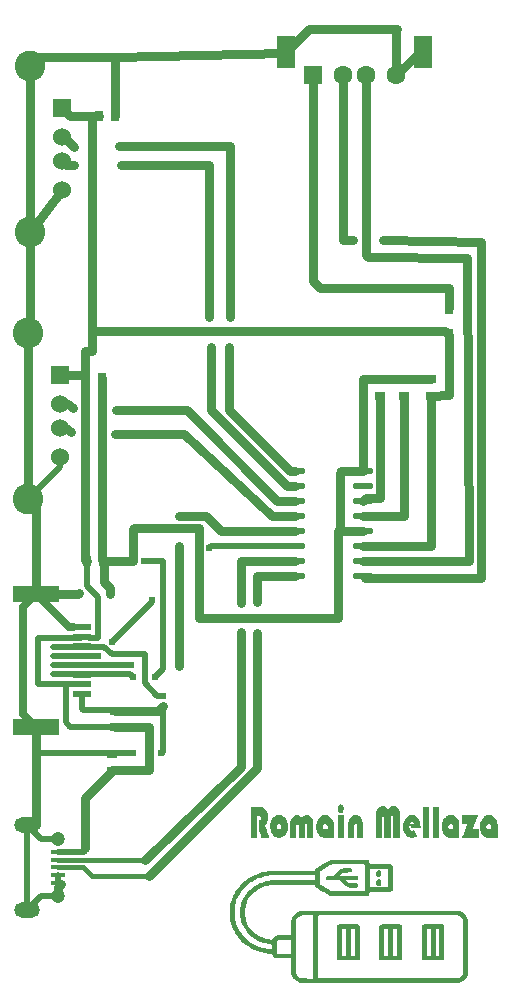
<source format=gtl>
G04 Layer: TopLayer*
G04 EasyEDA v6.5.44, 2024-08-26 14:03:18*
G04 e04413f5f05c4ac1846c34afcf77e532,06c4dd8b78d84ebb914e46ede8edac81,10*
G04 Gerber Generator version 0.2*
G04 Scale: 100 percent, Rotated: No, Reflected: No *
G04 Dimensions in millimeters *
G04 leading zeros omitted , absolute positions ,4 integer and 5 decimal *
%FSLAX45Y45*%
%MOMM*%

%AMMACRO1*21,1,$1,$2,0,0,$3*%
%ADD10C,0.5000*%
%ADD11C,0.8000*%
%ADD12C,0.7000*%
%ADD13C,0.4000*%
%ADD14R,0.9000X0.8000*%
%ADD15R,0.8000X0.9000*%
%ADD16R,0.7500X1.0000*%
%ADD17MACRO1,0.54X0.5656X-90.0000*%
%ADD18MACRO1,0.54X0.5656X0.0000*%
%ADD19R,0.5400X0.5657*%
%ADD20O,1.7450054X0.5599938*%
%ADD21R,1.2500X0.4000*%
%ADD22R,1.5000X0.6000*%
%ADD23R,4.0000X1.3500*%
%ADD24O,2.1999956000000003X1.2999974*%
%ADD25C,1.2000*%
%ADD26C,2.6000*%
%ADD27C,1.5240*%
%ADD28R,1.5240X1.5240*%
%ADD29R,1.6000X2.8000*%
%ADD30R,1.6000X1.6000*%
%ADD31C,1.6000*%
%ADD32C,0.6200*%
%ADD33C,0.0104*%

%LPD*%
G36*
X3488842Y7317282D02*
G01*
X3482492Y7317231D01*
X3477717Y7313828D01*
X3473246Y7308799D01*
X3471672Y7308799D01*
X3469386Y7305751D01*
X3469386Y7303668D01*
X3465626Y7297623D01*
X3463036Y7290816D01*
X3463086Y7268870D01*
X3465220Y7260945D01*
X3471926Y7250226D01*
X3473551Y7250226D01*
X3481120Y7242759D01*
X3496818Y7242759D01*
X3506368Y7250430D01*
X3512515Y7259218D01*
X3515512Y7273086D01*
X3515461Y7285888D01*
X3512718Y7299045D01*
X3506368Y7308951D01*
X3501593Y7312050D01*
X3495243Y7317282D01*
G37*
G36*
X3851452Y7302398D02*
G01*
X3831488Y7302246D01*
X3821176Y7297420D01*
X3810406Y7291425D01*
X3810406Y7290104D01*
X3805275Y7286040D01*
X3796944Y7275271D01*
X3796893Y7273544D01*
X3792982Y7267905D01*
X3791204Y7261402D01*
X3787495Y7250734D01*
X3785514Y7242200D01*
X3784854Y7037425D01*
X3787495Y7033920D01*
X3840327Y7033920D01*
X3842207Y7036460D01*
X3842258Y7199579D01*
X3843782Y7215428D01*
X3847033Y7224369D01*
X3850132Y7228128D01*
X3856024Y7226858D01*
X3858514Y7223506D01*
X3859326Y7036612D01*
X3863289Y7033920D01*
X3915156Y7033920D01*
X3918508Y7037628D01*
X3918915Y7218781D01*
X3921709Y7225538D01*
X3927551Y7228128D01*
X3932529Y7224522D01*
X3935222Y7210958D01*
X3935222Y7037273D01*
X3937711Y7033920D01*
X3990695Y7033920D01*
X3992575Y7036917D01*
X3992067Y7244334D01*
X3989222Y7253935D01*
X3985514Y7267803D01*
X3980027Y7278420D01*
X3973474Y7287514D01*
X3972407Y7287514D01*
X3967022Y7293813D01*
X3955491Y7298537D01*
X3950715Y7302398D01*
X3927246Y7302398D01*
X3921506Y7299198D01*
X3918915Y7299198D01*
X3912971Y7294981D01*
X3910736Y7294981D01*
X3901440Y7285024D01*
X3888689Y7268311D01*
X3878579Y7283754D01*
X3872788Y7289088D01*
X3868928Y7293914D01*
X3863289Y7295946D01*
X3860088Y7298994D01*
G37*
G36*
X4234230Y7294981D02*
G01*
X4189222Y7294880D01*
X4186428Y7292035D01*
X4186428Y7036460D01*
X4188358Y7033920D01*
X4235348Y7033920D01*
X4238904Y7037222D01*
X4238904Y7291730D01*
G37*
G36*
X4317695Y7294981D02*
G01*
X4272686Y7294880D01*
X4269892Y7292035D01*
X4269892Y7036460D01*
X4271822Y7033920D01*
X4318863Y7033920D01*
X4322368Y7037222D01*
X4322368Y7291730D01*
G37*
G36*
X2730500Y7294930D02*
G01*
X2726131Y7291273D01*
X2726131Y7037324D01*
X2730042Y7033920D01*
X2782214Y7033920D01*
X2784144Y7036460D01*
X2784144Y7216851D01*
X2787040Y7220356D01*
X2803906Y7220356D01*
X2808376Y7218121D01*
X2814523Y7210247D01*
X2816860Y7203033D01*
X2815844Y7195108D01*
X2807208Y7183678D01*
X2796133Y7182307D01*
X2793695Y7179614D01*
X2793746Y7119670D01*
X2795828Y7107834D01*
X2800299Y7098436D01*
X2801620Y7090460D01*
X2806395Y7080351D01*
X2806395Y7077049D01*
X2812846Y7058964D01*
X2817317Y7047230D01*
X2818333Y7041388D01*
X2823921Y7033920D01*
X2877769Y7033920D01*
X2881071Y7037628D01*
X2878632Y7048296D01*
X2873248Y7063231D01*
X2872232Y7070090D01*
X2870809Y7071309D01*
X2867609Y7081062D01*
X2867609Y7083907D01*
X2862986Y7093661D01*
X2861919Y7101281D01*
X2856484Y7115048D01*
X2856484Y7119315D01*
X2850896Y7132675D01*
X2850896Y7142276D01*
X2853842Y7145781D01*
X2855366Y7145781D01*
X2859176Y7152690D01*
X2862021Y7155484D01*
X2862021Y7157720D01*
X2867609Y7166406D01*
X2867609Y7168540D01*
X2872994Y7182561D01*
X2874111Y7195312D01*
X2875788Y7204506D01*
X2872994Y7233716D01*
X2867609Y7249210D01*
X2867609Y7250734D01*
X2862834Y7258202D01*
X2862834Y7260234D01*
X2848457Y7278878D01*
X2844952Y7280351D01*
X2838602Y7286142D01*
X2826664Y7290409D01*
X2817926Y7294321D01*
G37*
G36*
X3193237Y7228078D02*
G01*
X3185210Y7222642D01*
X3175965Y7219086D01*
X3171647Y7214209D01*
X3165551Y7210806D01*
X3160826Y7205472D01*
X3159150Y7205472D01*
X3153003Y7212888D01*
X3150971Y7212888D01*
X3145282Y7219188D01*
X3140659Y7220712D01*
X3135884Y7224623D01*
X3131921Y7224725D01*
X3127959Y7227773D01*
X3108096Y7227620D01*
X3102813Y7225944D01*
X3094837Y7220356D01*
X3091942Y7220356D01*
X3083458Y7211872D01*
X3082290Y7211872D01*
X3073501Y7200239D01*
X3073501Y7198512D01*
X3068726Y7191044D01*
X3067202Y7183628D01*
X3064916Y7179309D01*
X3062376Y7167778D01*
X3062376Y7036460D01*
X3064256Y7033920D01*
X3111296Y7033920D01*
X3114852Y7037222D01*
X3114852Y7141413D01*
X3118307Y7149490D01*
X3120644Y7153249D01*
X3126841Y7153249D01*
X3130042Y7150963D01*
X3133140Y7141362D01*
X3133140Y7037425D01*
X3136036Y7033920D01*
X3183788Y7033920D01*
X3185464Y7036612D01*
X3185972Y7141006D01*
X3190544Y7151166D01*
X3193440Y7153249D01*
X3199485Y7153198D01*
X3201416Y7151573D01*
X3205480Y7141413D01*
X3205480Y7037425D01*
X3208375Y7033920D01*
X3256026Y7033920D01*
X3257905Y7036460D01*
X3257854Y7155891D01*
X3256584Y7172959D01*
X3250641Y7193127D01*
X3245713Y7201712D01*
X3237636Y7212888D01*
X3236366Y7212888D01*
X3231642Y7219238D01*
X3225749Y7220661D01*
X3215386Y7227163D01*
G37*
G36*
X2953867Y7227824D02*
G01*
X2949092Y7224268D01*
X2935325Y7219492D01*
X2930702Y7216241D01*
X2928620Y7212888D01*
X2925826Y7212888D01*
X2919069Y7205980D01*
X2906166Y7188657D01*
X2902204Y7181646D01*
X2899003Y7173722D01*
X2895600Y7164425D01*
X2893618Y7153757D01*
X2891332Y7143140D01*
X2891201Y7125411D01*
X2946298Y7125411D01*
X2946298Y7136282D01*
X2948584Y7142225D01*
X2955747Y7150100D01*
X2961030Y7153300D01*
X2974543Y7152589D01*
X2983788Y7144207D01*
X2987649Y7133894D01*
X2987649Y7127595D01*
X2983788Y7117537D01*
X2975305Y7109053D01*
X2959404Y7108342D01*
X2948736Y7119213D01*
X2946298Y7125411D01*
X2891201Y7125411D01*
X2891180Y7120737D01*
X2896260Y7094372D01*
X2900730Y7085584D01*
X2901797Y7080250D01*
X2906166Y7072884D01*
X2919323Y7055764D01*
X2925419Y7048804D01*
X2927756Y7048804D01*
X2935478Y7041946D01*
X2943504Y7038238D01*
X2948025Y7038187D01*
X2952699Y7033717D01*
X2983433Y7034428D01*
X2985973Y7037273D01*
X2999790Y7042353D01*
X3002432Y7045553D01*
X3009493Y7049770D01*
X3014167Y7056272D01*
X3016199Y7056272D01*
X3018231Y7060133D01*
X3023412Y7065213D01*
X3023412Y7067905D01*
X3029000Y7073595D01*
X3029000Y7076236D01*
X3033776Y7083450D01*
X3035503Y7091984D01*
X3039872Y7102652D01*
X3042666Y7130694D01*
X3039922Y7159091D01*
X3036214Y7167880D01*
X3032861Y7179868D01*
X3031642Y7179868D01*
X3027883Y7188860D01*
X3014726Y7205980D01*
X3011220Y7210094D01*
X3003956Y7215225D01*
X3000756Y7219086D01*
X2987446Y7223658D01*
X2982468Y7227316D01*
G37*
G36*
X3372002Y7227824D02*
G01*
X3343401Y7227722D01*
X3338626Y7224268D01*
X3324860Y7219492D01*
X3320237Y7216241D01*
X3318154Y7212888D01*
X3315512Y7212888D01*
X3307587Y7204252D01*
X3296107Y7189063D01*
X3296107Y7187082D01*
X3290519Y7178802D01*
X3290519Y7174839D01*
X3287572Y7169759D01*
X3284931Y7162952D01*
X3284931Y7158380D01*
X3281629Y7143597D01*
X3282238Y7112203D01*
X3284270Y7107326D01*
X3285693Y7095490D01*
X3290112Y7085584D01*
X3291738Y7079894D01*
X3295700Y7072833D01*
X3308400Y7055764D01*
X3314750Y7048804D01*
X3316528Y7048804D01*
X3322726Y7043166D01*
X3333038Y7038187D01*
X3337356Y7038187D01*
X3342589Y7034022D01*
X3367125Y7033717D01*
X3369208Y7037527D01*
X3369208Y7105192D01*
X3365703Y7108494D01*
X3348888Y7108494D01*
X3340709Y7116470D01*
X3336645Y7126376D01*
X3336645Y7134859D01*
X3339439Y7139940D01*
X3341522Y7145274D01*
X3349345Y7152233D01*
X3358692Y7153503D01*
X3365652Y7152131D01*
X3373678Y7142073D01*
X3377590Y7131405D01*
X3378047Y7037730D01*
X3380587Y7033920D01*
X3428441Y7033971D01*
X3432098Y7037730D01*
X3431438Y7138873D01*
X3429000Y7162292D01*
X3424072Y7176160D01*
X3424072Y7179360D01*
X3417011Y7192924D01*
X3410000Y7202779D01*
X3401110Y7212888D01*
X3399485Y7212888D01*
X3392017Y7219289D01*
X3386328Y7220661D01*
X3382010Y7223556D01*
X3377234Y7223556D01*
G37*
G36*
X3465779Y7227824D02*
G01*
X3462223Y7224522D01*
X3462223Y7037273D01*
X3464712Y7033920D01*
X3511600Y7033920D01*
X3515512Y7037324D01*
X3515512Y7224166D01*
X3510889Y7227824D01*
G37*
G36*
X3627983Y7227824D02*
G01*
X3604107Y7227722D01*
X3600145Y7224928D01*
X3593896Y7223404D01*
X3590645Y7220356D01*
X3587292Y7220356D01*
X3580942Y7214209D01*
X3576218Y7210958D01*
X3563213Y7194092D01*
X3563213Y7191603D01*
X3557625Y7181850D01*
X3557625Y7178497D01*
X3552444Y7164425D01*
X3551986Y7036866D01*
X3553866Y7033920D01*
X3601008Y7033920D01*
X3604514Y7037222D01*
X3604514Y7142175D01*
X3606850Y7146340D01*
X3606901Y7149947D01*
X3610457Y7153249D01*
X3618890Y7153249D01*
X3624173Y7150303D01*
X3625189Y7138873D01*
X3625189Y7036460D01*
X3627120Y7033920D01*
X3677412Y7033920D01*
X3680256Y7038086D01*
X3679444Y7151624D01*
X3673754Y7180021D01*
X3667810Y7193178D01*
X3663340Y7199680D01*
X3663340Y7202271D01*
X3658666Y7206132D01*
X3655364Y7211720D01*
X3651808Y7213142D01*
X3646271Y7218934D01*
X3638296Y7222286D01*
X3632860Y7223810D01*
G37*
G36*
X4434840Y7227824D02*
G01*
X4406239Y7227722D01*
X4401464Y7224268D01*
X4387697Y7219492D01*
X4383074Y7216241D01*
X4380992Y7212888D01*
X4378401Y7212888D01*
X4370476Y7204252D01*
X4358944Y7189063D01*
X4358944Y7187082D01*
X4353356Y7178802D01*
X4353356Y7174839D01*
X4350410Y7169759D01*
X4347819Y7162952D01*
X4347819Y7158380D01*
X4344466Y7143597D01*
X4345076Y7112203D01*
X4347108Y7107326D01*
X4348530Y7095490D01*
X4352950Y7085584D01*
X4354576Y7079894D01*
X4358538Y7072833D01*
X4371238Y7055764D01*
X4377588Y7048804D01*
X4379366Y7048804D01*
X4385564Y7043166D01*
X4395927Y7038187D01*
X4400194Y7038187D01*
X4405477Y7034022D01*
X4430014Y7033717D01*
X4432096Y7037527D01*
X4432096Y7105192D01*
X4428540Y7108494D01*
X4411726Y7108494D01*
X4403547Y7116470D01*
X4399483Y7126376D01*
X4399483Y7134859D01*
X4402328Y7139940D01*
X4404410Y7145274D01*
X4412234Y7152233D01*
X4421581Y7153503D01*
X4428540Y7152131D01*
X4436516Y7142073D01*
X4440428Y7131405D01*
X4440885Y7037730D01*
X4443476Y7033920D01*
X4491278Y7033971D01*
X4494936Y7037730D01*
X4494326Y7138873D01*
X4491837Y7162292D01*
X4486910Y7176160D01*
X4486910Y7179360D01*
X4479848Y7192924D01*
X4472838Y7202779D01*
X4463999Y7212888D01*
X4462322Y7212888D01*
X4454855Y7219289D01*
X4449165Y7220661D01*
X4444847Y7223556D01*
X4440072Y7223556D01*
G37*
G36*
X4645558Y7227824D02*
G01*
X4522317Y7227722D01*
X4517136Y7224725D01*
X4517136Y7155738D01*
X4521200Y7153249D01*
X4557572Y7153249D01*
X4560163Y7149795D01*
X4559046Y7143140D01*
X4553508Y7127138D01*
X4551375Y7121804D01*
X4547971Y7112203D01*
X4545787Y7106869D01*
X4542383Y7097318D01*
X4540250Y7091984D01*
X4536846Y7082383D01*
X4534662Y7077049D01*
X4531258Y7067448D01*
X4529124Y7062114D01*
X4525721Y7052564D01*
X4519980Y7038086D01*
X4521657Y7034428D01*
X4652568Y7033869D01*
X4656277Y7037171D01*
X4656277Y7105243D01*
X4651552Y7108494D01*
X4610658Y7108494D01*
X4607915Y7111796D01*
X4610912Y7122668D01*
X4614722Y7130338D01*
X4615688Y7135825D01*
X4619904Y7144207D01*
X4621276Y7150862D01*
X4625492Y7159091D01*
X4626864Y7165797D01*
X4631029Y7174026D01*
X4632401Y7180681D01*
X4636617Y7188962D01*
X4637989Y7195616D01*
X4642154Y7203846D01*
X4643577Y7210552D01*
X4647742Y7218781D01*
X4648962Y7224623D01*
G37*
G36*
X4757623Y7227824D02*
G01*
X4728972Y7227722D01*
X4724247Y7224268D01*
X4710480Y7219492D01*
X4705807Y7216241D01*
X4703775Y7212888D01*
X4701133Y7212888D01*
X4693208Y7204252D01*
X4681677Y7189063D01*
X4681677Y7187082D01*
X4676140Y7178802D01*
X4676140Y7174839D01*
X4673193Y7169759D01*
X4670552Y7162952D01*
X4670552Y7158380D01*
X4667199Y7143597D01*
X4667859Y7112203D01*
X4669840Y7107326D01*
X4671314Y7095490D01*
X4675733Y7085584D01*
X4677308Y7079894D01*
X4681270Y7072833D01*
X4694021Y7055764D01*
X4700320Y7048804D01*
X4702149Y7048804D01*
X4708347Y7043166D01*
X4718659Y7038187D01*
X4722926Y7038187D01*
X4728210Y7034022D01*
X4752746Y7033717D01*
X4754829Y7037527D01*
X4754829Y7105192D01*
X4751273Y7108494D01*
X4734458Y7108494D01*
X4726279Y7116470D01*
X4722215Y7126376D01*
X4722215Y7134859D01*
X4725060Y7139940D01*
X4727143Y7145274D01*
X4734966Y7152233D01*
X4744313Y7153503D01*
X4751273Y7152131D01*
X4759299Y7142073D01*
X4763160Y7131405D01*
X4763617Y7037730D01*
X4766208Y7033920D01*
X4814062Y7033971D01*
X4817719Y7037730D01*
X4817059Y7138873D01*
X4814620Y7162292D01*
X4809693Y7176160D01*
X4809642Y7179360D01*
X4802581Y7192924D01*
X4795570Y7202779D01*
X4786731Y7212888D01*
X4785106Y7212888D01*
X4777587Y7219289D01*
X4771898Y7220661D01*
X4767630Y7223556D01*
X4762804Y7223556D01*
G37*
G36*
X4079494Y7227671D02*
G01*
X4076344Y7226553D01*
X4074718Y7224826D01*
X4059123Y7219391D01*
X4052570Y7212888D01*
X4050842Y7212888D01*
X4042156Y7204252D01*
X4030624Y7189063D01*
X4030624Y7187082D01*
X4025036Y7178802D01*
X4025036Y7175042D01*
X4021074Y7167219D01*
X4018889Y7155891D01*
X4016146Y7143394D01*
X4016756Y7112203D01*
X4018787Y7107326D01*
X4020210Y7095490D01*
X4024629Y7085584D01*
X4026255Y7079894D01*
X4030218Y7072833D01*
X4042968Y7055764D01*
X4049268Y7048804D01*
X4051096Y7048804D01*
X4057243Y7043166D01*
X4067606Y7038187D01*
X4071924Y7038187D01*
X4077106Y7033920D01*
X4107535Y7033920D01*
X4111548Y7038187D01*
X4117695Y7038238D01*
X4121658Y7041286D01*
X4124807Y7041388D01*
X4136440Y7049973D01*
X4137253Y7052868D01*
X4134916Y7058964D01*
X4130801Y7064095D01*
X4130801Y7066584D01*
X4125620Y7073392D01*
X4120032Y7082231D01*
X4115968Y7087717D01*
X4113072Y7093712D01*
X4107027Y7097826D01*
X4105198Y7097826D01*
X4101134Y7093559D01*
X4087317Y7093559D01*
X4081881Y7098893D01*
X4077614Y7102602D01*
X4074312Y7110425D01*
X4071112Y7123938D01*
X4070197Y7132726D01*
X4072077Y7141006D01*
X4076903Y7157415D01*
X4082694Y7163257D01*
X4083507Y7164679D01*
X4088587Y7168184D01*
X4100677Y7168184D01*
X4104944Y7165136D01*
X4110990Y7156754D01*
X4106976Y7153249D01*
X4088688Y7153249D01*
X4083304Y7149795D01*
X4081272Y7138416D01*
X4082237Y7121702D01*
X4083202Y7118350D01*
X4087164Y7115962D01*
X4162450Y7115962D01*
X4165193Y7119620D01*
X4164380Y7155230D01*
X4159504Y7169759D01*
X4158386Y7175093D01*
X4153052Y7184948D01*
X4153052Y7187285D01*
X4138828Y7205980D01*
X4133799Y7211974D01*
X4129887Y7213955D01*
X4124807Y7219086D01*
X4111498Y7223658D01*
X4106519Y7227316D01*
G37*
G36*
X3406241Y6846570D02*
G01*
X3381603Y6833920D01*
X3369767Y6826961D01*
X3350056Y6816140D01*
X3344113Y6812635D01*
X3337204Y6808978D01*
X3311550Y6794703D01*
X3299714Y6787642D01*
X3292805Y6783933D01*
X3286912Y6780479D01*
X3280003Y6777024D01*
X3272688Y6770116D01*
X3268675Y6759600D01*
X3268675Y6754622D01*
X3266186Y6753148D01*
X2897327Y6752183D01*
X2875635Y6749999D01*
X2851962Y6746392D01*
X2834182Y6742785D01*
X2820365Y6739229D01*
X2803601Y6734454D01*
X2798673Y6732168D01*
X2795168Y6732168D01*
X2787396Y6728612D01*
X2785262Y6728612D01*
X2768498Y6721449D01*
X2767126Y6721449D01*
X2747365Y6712305D01*
X2740507Y6708851D01*
X2732582Y6704533D01*
X2729636Y6703212D01*
X2720594Y6697522D01*
X2714853Y6694627D01*
X2688234Y6676593D01*
X2677363Y6668312D01*
X2643835Y6637883D01*
X2633522Y6627114D01*
X2627122Y6619087D01*
X2626055Y6618224D01*
X2616200Y6605828D01*
X2606903Y6593179D01*
X2598216Y6579768D01*
X2591358Y6568186D01*
X2584907Y6556552D01*
X2579116Y6545224D01*
X2577236Y6541922D01*
X2577236Y6539839D01*
X2574391Y6534200D01*
X2568702Y6519468D01*
X2564739Y6508292D01*
X2559354Y6489547D01*
X2553563Y6465062D01*
X2553563Y6458254D01*
X2551633Y6447536D01*
X2549652Y6446926D01*
X2549652Y6442151D01*
X2592527Y6442151D01*
X2597099Y6467195D01*
X2601061Y6484162D01*
X2604973Y6496659D01*
X2613609Y6520789D01*
X2616708Y6526174D01*
X2616708Y6528511D01*
X2633726Y6559245D01*
X2644902Y6576466D01*
X2647696Y6579514D01*
X2649728Y6582664D01*
X2653639Y6587845D01*
X2666288Y6603034D01*
X2680106Y6617309D01*
X2704693Y6639356D01*
X2732582Y6659321D01*
X2752344Y6671056D01*
X2755290Y6672376D01*
X2763164Y6676644D01*
X2788818Y6688226D01*
X2800045Y6692849D01*
X2801620Y6692900D01*
X2809544Y6696354D01*
X2812135Y6696405D01*
X2821381Y6699707D01*
X2848965Y6707174D01*
X2852470Y6707124D01*
X2867710Y6710527D01*
X2897327Y6714032D01*
X3267456Y6714286D01*
X3269742Y6711746D01*
X3269132Y6673951D01*
X3265322Y6671411D01*
X2898292Y6671411D01*
X2873654Y6667753D01*
X2853893Y6663994D01*
X2842564Y6660692D01*
X2839110Y6660591D01*
X2831236Y6657136D01*
X2827680Y6657086D01*
X2819958Y6653530D01*
X2818028Y6653530D01*
X2800654Y6646265D01*
X2789694Y6641134D01*
X3311093Y6641134D01*
X3311093Y6748170D01*
X3317494Y6753606D01*
X3318814Y6753606D01*
X3330701Y6760768D01*
X3331667Y6760768D01*
X3347059Y6769709D01*
X3398367Y6798360D01*
X3404260Y6801815D01*
X3410204Y6804761D01*
X3413150Y6807047D01*
X3417112Y6807911D01*
X3687013Y6808114D01*
X3690823Y6806285D01*
X3690823Y6767474D01*
X3733139Y6767474D01*
X3734257Y6771487D01*
X3887571Y6771030D01*
X3888079Y6616039D01*
X3884168Y6614159D01*
X3735374Y6614617D01*
X3733698Y6616141D01*
X3733139Y6767474D01*
X3690823Y6767474D01*
X3690823Y6582816D01*
X3688791Y6579362D01*
X3414776Y6579362D01*
X3413455Y6581241D01*
X3410204Y6582460D01*
X3394405Y6591096D01*
X3382568Y6598056D01*
X3324402Y6630314D01*
X3318459Y6633819D01*
X3312972Y6636613D01*
X3311093Y6641134D01*
X2789694Y6641134D01*
X2778099Y6635343D01*
X2765145Y6627622D01*
X2747365Y6616141D01*
X2735529Y6606794D01*
X2718765Y6592214D01*
X2707843Y6581597D01*
X2696057Y6568186D01*
X2684678Y6553860D01*
X2682748Y6550304D01*
X2677058Y6542278D01*
X2671521Y6532422D01*
X2668371Y6527952D01*
X2661767Y6514541D01*
X2653080Y6494018D01*
X2645156Y6468211D01*
X2642362Y6452870D01*
X2639974Y6442151D01*
X2639974Y6360820D01*
X2642362Y6350101D01*
X2645308Y6333794D01*
X2648254Y6326225D01*
X2648254Y6322974D01*
X2656992Y6298996D01*
X2669235Y6273342D01*
X2683306Y6251448D01*
X2688132Y6244640D01*
X2692146Y6239967D01*
X2695092Y6235903D01*
X2711500Y6217310D01*
X2731617Y6198971D01*
X2739440Y6192824D01*
X2755646Y6181191D01*
X2763824Y6175857D01*
X2777947Y6167577D01*
X2789783Y6161481D01*
X2817622Y6149492D01*
X2819400Y6149390D01*
X2827274Y6145936D01*
X2830220Y6145834D01*
X2838145Y6142380D01*
X2841548Y6142329D01*
X2852928Y6139027D01*
X2871673Y6135217D01*
X2889402Y6132372D01*
X2902915Y6131306D01*
X2904693Y6126988D01*
X2904693Y6090716D01*
X2901696Y6088430D01*
X2883509Y6090412D01*
X2861970Y6093206D01*
X2852064Y6095847D01*
X2848000Y6095796D01*
X2820365Y6103264D01*
X2809544Y6106769D01*
X2800654Y6109970D01*
X2779928Y6118098D01*
X2769108Y6123178D01*
X2745130Y6135674D01*
X2741777Y6138214D01*
X2738323Y6140094D01*
X2730601Y6144818D01*
X2716377Y6154521D01*
X2704998Y6163310D01*
X2675382Y6190183D01*
X2668270Y6197295D01*
X2652674Y6216040D01*
X2641092Y6232144D01*
X2634437Y6241948D01*
X2630525Y6249111D01*
X2628595Y6251803D01*
X2612745Y6283553D01*
X2612694Y6285738D01*
X2608884Y6292900D01*
X2608834Y6295593D01*
X2604922Y6306312D01*
X2601112Y6318808D01*
X2596997Y6335826D01*
X2594914Y6348323D01*
X2592679Y6359956D01*
X2592527Y6442151D01*
X2549652Y6442151D01*
X2549652Y6355943D01*
X2551430Y6355943D01*
X2552598Y6351016D01*
X2554427Y6334404D01*
X2561742Y6304534D01*
X2565196Y6293815D01*
X2571242Y6276848D01*
X2574391Y6268770D01*
X2577236Y6263132D01*
X2577236Y6261811D01*
X2593390Y6231229D01*
X2606294Y6210706D01*
X2607868Y6208928D01*
X2620264Y6191910D01*
X2634538Y6174943D01*
X2646730Y6162446D01*
X2664561Y6145682D01*
X2690368Y6124905D01*
X2705963Y6114186D01*
X2727655Y6101232D01*
X2741472Y6093764D01*
X2764180Y6083198D01*
X2785719Y6074410D01*
X2787548Y6074410D01*
X2793746Y6071819D01*
X2802636Y6068974D01*
X2820365Y6063843D01*
X2827883Y6061913D01*
X2946146Y6061913D01*
X2946298Y6157061D01*
X2948584Y6162802D01*
X2955391Y6167374D01*
X3069894Y6166916D01*
X3070453Y6056071D01*
X3069386Y6052058D01*
X2955950Y6052058D01*
X2949397Y6054547D01*
X2946146Y6061913D01*
X2827883Y6061913D01*
X2834182Y6060338D01*
X2852928Y6056579D01*
X2876600Y6052972D01*
X2902813Y6050940D01*
X2907436Y6047638D01*
X2909620Y6039815D01*
X2912618Y6037529D01*
X2912618Y6035852D01*
X2918002Y6029350D01*
X2924911Y6023305D01*
X2935325Y6017209D01*
X2937002Y6017209D01*
X2946603Y6013196D01*
X3069437Y6012637D01*
X3069844Y6012281D01*
X3070961Y5883605D01*
X3074670Y5871057D01*
X3079140Y5860338D01*
X3082747Y5853176D01*
X3087573Y5846064D01*
X3095548Y5836208D01*
X3107385Y5825439D01*
X3119475Y5817412D01*
X3135985Y5809894D01*
X3146856Y5806440D01*
X3161639Y5803138D01*
X4478375Y5803138D01*
X4493209Y5806440D01*
X4504029Y5809894D01*
X4520539Y5817412D01*
X4532630Y5825388D01*
X4544517Y5836208D01*
X4552391Y5845962D01*
X4556658Y5852312D01*
X4560925Y5860338D01*
X4565446Y5871159D01*
X4566869Y5878728D01*
X4569612Y5881217D01*
X4569612Y6337858D01*
X4566818Y6338824D01*
X4565446Y6347409D01*
X4561586Y6356350D01*
X4553356Y6371488D01*
X4541723Y6384950D01*
X4529683Y6395262D01*
X4516882Y6402984D01*
X4499559Y6410452D01*
X4497070Y6410452D01*
X4486300Y6413804D01*
X4459884Y6415786D01*
X3179978Y6415786D01*
X3154730Y6413906D01*
X3137966Y6409182D01*
X3133039Y6406845D01*
X3131515Y6406845D01*
X3120542Y6401054D01*
X3110331Y6394958D01*
X3092450Y6378702D01*
X3084322Y6367068D01*
X3078327Y6355994D01*
X3078327Y6354622D01*
X3074568Y6345631D01*
X3070961Y6332220D01*
X3070920Y6325057D01*
X3112770Y6325057D01*
X3114802Y6337198D01*
X3123184Y6352794D01*
X3138017Y6366357D01*
X3154730Y6374028D01*
X3172510Y6377178D01*
X3250895Y6377381D01*
X3254857Y6373774D01*
X3254857Y5843117D01*
X3297275Y5843117D01*
X3297275Y6374688D01*
X3301237Y6378295D01*
X4471466Y6377787D01*
X4487214Y6373774D01*
X4496155Y6369913D01*
X4508398Y6361176D01*
X4516272Y6353098D01*
X4521962Y6343853D01*
X4526737Y6332220D01*
X4526737Y5886246D01*
X4522114Y5876442D01*
X4516882Y5867044D01*
X4507382Y5857341D01*
X4496765Y5849924D01*
X4489246Y5846419D01*
X4474667Y5842050D01*
X3300374Y5842050D01*
X3297275Y5843117D01*
X3254857Y5843117D01*
X3254857Y5842863D01*
X3249422Y5840984D01*
X3162655Y5841746D01*
X3147872Y5846724D01*
X3135020Y5854395D01*
X3129889Y5858865D01*
X3123031Y5866638D01*
X3118561Y5873648D01*
X3113328Y5885383D01*
X3112770Y6325057D01*
X3070920Y6325057D01*
X3070301Y6208115D01*
X3068218Y6205778D01*
X2952699Y6205778D01*
X2941675Y6202883D01*
X2931972Y6199073D01*
X2921508Y6191707D01*
X2913837Y6182969D01*
X2908655Y6174079D01*
X2908655Y6172047D01*
X2906064Y6170066D01*
X2886049Y6171641D01*
X2871673Y6174638D01*
X2855874Y6178296D01*
X2839008Y6183274D01*
X2824327Y6189014D01*
X2812491Y6194196D01*
X2799994Y6200343D01*
X2776220Y6214821D01*
X2764180Y6224117D01*
X2742438Y6243777D01*
X2732227Y6254496D01*
X2716733Y6275019D01*
X2707944Y6289344D01*
X2703474Y6297828D01*
X2699766Y6305397D01*
X2695854Y6314338D01*
X2693416Y6320637D01*
X2689504Y6332220D01*
X2687472Y6341160D01*
X2684729Y6349542D01*
X2680868Y6382308D01*
X2680766Y6423406D01*
X2683916Y6448399D01*
X2687828Y6465417D01*
X2690977Y6474358D01*
X2692552Y6480606D01*
X2696667Y6491325D01*
X2707436Y6512255D01*
X2707436Y6513271D01*
X2716682Y6527952D01*
X2717901Y6528866D01*
X2723184Y6537147D01*
X2737764Y6554774D01*
X2760218Y6575450D01*
X2771038Y6584238D01*
X2784195Y6593179D01*
X2794711Y6599529D01*
X2797708Y6600850D01*
X2806547Y6606031D01*
X2827274Y6615277D01*
X2842615Y6621373D01*
X2846019Y6621424D01*
X2853893Y6624878D01*
X2857906Y6624929D01*
X2869133Y6628485D01*
X2873705Y6628485D01*
X2884474Y6631178D01*
X2917037Y6633819D01*
X3266592Y6633870D01*
X3269640Y6629908D01*
X3269640Y6624370D01*
X3272688Y6616446D01*
X3277057Y6611975D01*
X3288842Y6604812D01*
X3314547Y6590842D01*
X3326384Y6583832D01*
X3346094Y6573012D01*
X3364839Y6562394D01*
X3371748Y6558737D01*
X3398113Y6544056D01*
X3402787Y6541719D01*
X3434842Y6540093D01*
X3710127Y6540042D01*
X3721862Y6542735D01*
X3726789Y6545986D01*
X3732733Y6553860D01*
X3733292Y6572656D01*
X3734257Y6576669D01*
X3907536Y6576669D01*
X3918102Y6578498D01*
X3925519Y6583121D01*
X3930497Y6590893D01*
X3929989Y6798005D01*
X3922522Y6806285D01*
X3913479Y6809943D01*
X3735425Y6809943D01*
X3733393Y6812178D01*
X3732733Y6833006D01*
X3726738Y6840728D01*
X3717950Y6846112D01*
G37*
G36*
X3567176Y6776872D02*
G01*
X3536442Y6776618D01*
X3509822Y6774484D01*
X3498951Y6771284D01*
X3484321Y6764832D01*
X3468370Y6753301D01*
X3424174Y6713423D01*
X3387445Y6713423D01*
X3375660Y6710629D01*
X3371240Y6707987D01*
X3365855Y6700621D01*
X3365855Y6686854D01*
X3371596Y6679336D01*
X3379774Y6674967D01*
X3468370Y6674967D01*
X3475939Y6673799D01*
X3525113Y6629552D01*
X3536442Y6622643D01*
X3547313Y6617919D01*
X3558133Y6614414D01*
X3571951Y6611213D01*
X3620414Y6610451D01*
X3627170Y6613042D01*
X3633571Y6617919D01*
X3637534Y6626047D01*
X3637534Y6633616D01*
X3633724Y6641439D01*
X3628186Y6646062D01*
X3619296Y6648907D01*
X3572967Y6649821D01*
X3561130Y6653936D01*
X3553206Y6658762D01*
X3541369Y6669328D01*
X3537508Y6673291D01*
X3540404Y6674967D01*
X3622294Y6674967D01*
X3630168Y6678726D01*
X3633673Y6682587D01*
X3637534Y6689191D01*
X3637534Y6697980D01*
X3633724Y6705853D01*
X3629101Y6709765D01*
X3620312Y6712966D01*
X3488791Y6713474D01*
X3486607Y6715861D01*
X3504184Y6730847D01*
X3514750Y6735521D01*
X3525621Y6738823D01*
X3570935Y6739483D01*
X3576828Y6742226D01*
X3583127Y6748119D01*
X3585565Y6758076D01*
X3583228Y6767575D01*
X3577285Y6774129D01*
G37*
G36*
X3814064Y6759854D02*
G01*
X3809644Y6759752D01*
X3801770Y6756755D01*
X3797249Y6754063D01*
X3791915Y6747052D01*
X3791204Y6720992D01*
X3793439Y6713474D01*
X3798620Y6707936D01*
X3807714Y6704025D01*
X3817569Y6704177D01*
X3826357Y6708495D01*
X3832351Y6716217D01*
X3832351Y6747154D01*
X3827322Y6753504D01*
X3822496Y6756857D01*
G37*
G36*
X3812032Y6682130D02*
G01*
X3805732Y6682079D01*
X3797655Y6677710D01*
X3791915Y6670192D01*
X3791915Y6639559D01*
X3796842Y6632956D01*
X3804361Y6628180D01*
X3819906Y6628180D01*
X3827424Y6632956D01*
X3832351Y6639559D01*
X3832351Y6670192D01*
X3826560Y6677761D01*
X3818382Y6682130D01*
G37*
G36*
X4193336Y6299555D02*
G01*
X4185564Y6297015D01*
X4180535Y6293612D01*
X4174591Y6286042D01*
X4174591Y6034278D01*
X4216044Y6034278D01*
X4216044Y6258915D01*
X4220972Y6261252D01*
X4247591Y6260693D01*
X4250080Y6259271D01*
X4250029Y6034633D01*
X4249150Y6033363D01*
X4292447Y6033363D01*
X4292447Y6259322D01*
X4295902Y6261150D01*
X4322673Y6261201D01*
X4325010Y6259017D01*
X4325010Y6033668D01*
X4322673Y6031484D01*
X4296308Y6031484D01*
X4292447Y6033363D01*
X4249115Y6033312D01*
X4248150Y6031941D01*
X4218584Y6031941D01*
X4216044Y6034278D01*
X4174591Y6034278D01*
X4174591Y6006693D01*
X4179519Y6000445D01*
X4185462Y5996025D01*
X4194708Y5993993D01*
X4346244Y5993993D01*
X4357725Y5996432D01*
X4363669Y6001562D01*
X4367936Y6009589D01*
X4367936Y6283147D01*
X4364075Y6291122D01*
X4359046Y6295542D01*
X4351172Y6299149D01*
G37*
G36*
X3477260Y6299454D02*
G01*
X3471367Y6298133D01*
X3465423Y6295339D01*
X3461207Y6291122D01*
X3457041Y6284874D01*
X3457041Y6034328D01*
X3499459Y6034328D01*
X3499459Y6259322D01*
X3502914Y6261150D01*
X3529634Y6261201D01*
X3532022Y6259017D01*
X3532022Y6033668D01*
X3575405Y6033668D01*
X3575405Y6259017D01*
X3577793Y6261201D01*
X3604158Y6261201D01*
X3607968Y6259322D01*
X3607968Y6033363D01*
X3604158Y6031484D01*
X3577793Y6031484D01*
X3575405Y6033668D01*
X3532022Y6033668D01*
X3529634Y6031484D01*
X3502558Y6031484D01*
X3499459Y6034328D01*
X3457041Y6034328D01*
X3457041Y6008674D01*
X3461207Y6001562D01*
X3467404Y5996330D01*
X3478276Y5993993D01*
X3629151Y5993993D01*
X3640277Y5996381D01*
X3646271Y6001562D01*
X3650386Y6008674D01*
X3650386Y6284874D01*
X3646220Y6291122D01*
X3642004Y6295339D01*
X3634079Y6299149D01*
G37*
G36*
X3835298Y6299454D02*
G01*
X3830370Y6298285D01*
X3823665Y6294932D01*
X3820363Y6292037D01*
X3816096Y6285534D01*
X3816136Y6035090D01*
X3857498Y6035090D01*
X3857498Y6258407D01*
X3861866Y6261201D01*
X3888689Y6261201D01*
X3891026Y6259017D01*
X3891026Y6258356D01*
X3933444Y6258356D01*
X3936542Y6261201D01*
X3963670Y6261201D01*
X3967022Y6258966D01*
X3966514Y6033211D01*
X3963517Y6031534D01*
X3936898Y6031534D01*
X3933951Y6033211D01*
X3933444Y6258356D01*
X3891026Y6258356D01*
X3891026Y6033668D01*
X3888689Y6031484D01*
X3861460Y6031484D01*
X3857498Y6035090D01*
X3816136Y6035090D01*
X3816146Y6006947D01*
X3820718Y6000140D01*
X3827170Y5995873D01*
X3836873Y5993993D01*
X3988206Y5993993D01*
X3997045Y5995822D01*
X4004564Y6000546D01*
X4009390Y6009792D01*
X4009390Y6284010D01*
X4005224Y6291122D01*
X4001008Y6295339D01*
X3993134Y6299149D01*
G37*
D10*
X1097686Y6911797D02*
G01*
X1308100Y6908800D01*
X1320800Y6921500D01*
D11*
X1549400Y7600797D02*
G01*
X1320800Y7372197D01*
X1320800Y6946900D01*
X1441195Y13144500D02*
G01*
X1384300Y13144500D01*
X1384300Y11150600D01*
X1320800Y11150600D01*
X1326895Y10922000D01*
X4406900Y11287252D02*
G01*
X4373879Y11320271D01*
X1384300Y11320271D01*
X1126109Y13215112D02*
G01*
X1196720Y13144500D01*
X1441295Y13144500D01*
X1326995Y10922000D02*
G01*
X1294483Y10954512D01*
X1113409Y10954512D01*
X1326995Y10922000D02*
G01*
X1326995Y9385302D01*
X1339697Y9372600D01*
X855116Y12165098D02*
G01*
X855116Y11317198D01*
X842416Y11304498D01*
X3956799Y13489000D02*
G01*
X4156798Y13688999D01*
X4186796Y13688999D01*
X3026803Y13688999D02*
G01*
X3218903Y13881100D01*
X3962400Y13881100D01*
X3956799Y13875499D01*
X3956799Y13489000D01*
X1479702Y9372600D02*
G01*
X1467002Y9385300D01*
X1467002Y10922000D01*
X1479702Y9372600D02*
G01*
X1734718Y9372600D01*
X842416Y9904498D02*
G01*
X907414Y9839500D01*
X907414Y9096908D01*
X3678148Y9626600D02*
G01*
X3467100Y9626600D01*
X3479800Y9639300D01*
X3479800Y10121900D01*
X3492500Y10134600D01*
X3678148Y10134600D01*
X3467100Y9626600D02*
G01*
X3467100Y8890000D01*
X2286000Y8890000D01*
X2286000Y9652000D01*
X1739900Y9652000D01*
X1734820Y9646920D01*
X1734820Y9372600D01*
X1231900Y12877800D02*
G01*
X1144600Y12965099D01*
X1126109Y12965099D01*
D10*
X1302410Y8654414D02*
G01*
X1296695Y8648700D01*
X1054100Y8648700D01*
X1302410Y8574404D02*
G01*
X1056004Y8574404D01*
X1054100Y8572500D01*
X1302410Y8494420D02*
G01*
X1055979Y8494420D01*
X1054100Y8496300D01*
X1302410Y8414410D02*
G01*
X1296720Y8420100D01*
X1054100Y8420100D01*
D11*
X3103648Y10007600D02*
G01*
X3035300Y10007600D01*
X2425700Y10617200D01*
X2387600Y10655300D01*
X2387600Y11188700D01*
X2374900Y11442700D02*
G01*
X2374900Y12725400D01*
X1625600Y12725400D01*
X1231900Y12725400D02*
G01*
X1165809Y12725400D01*
X1126109Y12765100D01*
X1219200Y10668000D02*
G01*
X1182700Y10704499D01*
X1113409Y10704499D01*
X3103625Y9880600D02*
G01*
X2946400Y9880600D01*
X2184400Y10655300D01*
X1587500Y10655300D01*
X1206500Y10464800D02*
G01*
X1166799Y10504500D01*
X1113409Y10504500D01*
X3103651Y9245600D02*
G01*
X2781300Y9245600D01*
X2781300Y9029700D01*
X2641600Y9017000D02*
G01*
X2641600Y9372600D01*
X3103651Y9372600D01*
X3678151Y9880600D02*
G01*
X3703551Y9906000D01*
X3721100Y11950700D02*
G01*
X3706787Y11965012D01*
X3706787Y13489000D01*
X3678151Y9499600D02*
G01*
X4254500Y9499600D01*
X4254500Y10775797D01*
X4406900Y11521846D02*
G01*
X4406900Y11684000D01*
X3314700Y11684000D01*
X3822700Y10915804D02*
G01*
X4025897Y10915804D01*
X4025900Y10915802D01*
X4025900Y10915804D02*
G01*
X4025902Y10915802D01*
X4254500Y10915802D01*
X3703551Y9906000D02*
G01*
X3822700Y9906000D01*
X3822700Y10775797D01*
X3103648Y9626600D02*
G01*
X2476500Y9626600D01*
X2349500Y9753600D01*
X2120900Y9753600D01*
D10*
X2374900Y9486900D02*
G01*
X2387600Y9499600D01*
X3103651Y9499600D01*
D11*
X4025900Y10775695D02*
G01*
X4025900Y9753600D01*
X3678174Y9753600D01*
X4254500Y10774679D02*
G01*
X4406900Y10782300D01*
X4406900Y11287328D01*
X3678174Y9372600D02*
G01*
X4572000Y9372600D01*
X4559300Y11938000D01*
X3721100Y11950700D01*
X3594100Y12090400D02*
G01*
X3505200Y12090400D01*
X3505200Y13487400D01*
X3506726Y13488926D01*
X2552700Y11442700D02*
G01*
X2552700Y12890500D01*
X1612900Y12890500D01*
X3026918Y13689076D02*
G01*
X3015741Y13677900D01*
X1574800Y13639800D01*
X1581302Y13144500D01*
X855218Y13565124D02*
G01*
X855218Y12165076D01*
X1125981Y12515087D01*
X817003Y11304501D02*
G01*
X842416Y11279088D01*
X842416Y9904501D01*
D10*
X842403Y9904501D02*
G01*
X1113396Y10175494D01*
X1113396Y10254513D01*
D11*
X1981200Y8148215D02*
G01*
X1942086Y8109102D01*
X1574800Y8109102D01*
D10*
X1981200Y8234781D02*
G01*
X1937918Y8234781D01*
X1828800Y8343900D01*
X1219200Y8648700D02*
G01*
X1485900Y8648700D01*
X1549400Y8585200D01*
X1828800Y8585200D01*
X1828800Y8343900D01*
X1219200Y8572500D02*
G01*
X1435100Y8572500D01*
X1549400Y8686800D02*
G01*
X1892300Y9029700D01*
X1892300Y9042400D01*
X1727200Y8394700D02*
G01*
X1701800Y8420100D01*
X1219200Y8420100D01*
X1714500Y8496300D02*
G01*
X1219200Y8496300D01*
D11*
X2781300Y8763000D02*
G01*
X2781300Y7620000D01*
X1866900Y6705600D01*
X1097711Y6539306D02*
G01*
X1097711Y6613740D01*
X1123076Y6639105D01*
X1549400Y7600797D02*
G01*
X1555902Y7607300D01*
X1866900Y7607300D01*
X1866900Y7969095D01*
X1574800Y7969095D01*
X3690874Y9232900D02*
G01*
X4673600Y9232900D01*
X4673600Y12077700D01*
X3848100Y12090400D01*
D10*
X1339595Y9372600D02*
G01*
X1339595Y9163304D01*
X1435100Y9067800D01*
X1435100Y8724900D01*
X1358900Y8724900D01*
D12*
X907414Y9096908D02*
G01*
X797252Y8986746D01*
X797252Y8254418D01*
X907414Y7971917D02*
G01*
X797252Y8082079D01*
X797252Y8254418D01*
X907414Y9096908D02*
G01*
X1189913Y8814409D01*
X1222247Y8814409D01*
D11*
X855103Y13565098D02*
G01*
X929805Y13639800D01*
X1574800Y13639800D01*
X3314700Y11684000D02*
G01*
X3251200Y11747500D01*
X3256805Y11753100D01*
X3256805Y13489000D01*
X3103625Y10134600D02*
G01*
X3060700Y10134600D01*
X2540000Y10655300D01*
X2540000Y11188700D01*
X3678174Y10134600D02*
G01*
X3678174Y10915904D01*
X3822700Y10915904D01*
D10*
X1574800Y8109102D02*
G01*
X1568602Y8115300D01*
X1308100Y8115300D01*
X1302402Y8120997D01*
X1302402Y8254405D01*
X1159761Y8334499D02*
G01*
X1159761Y8009638D01*
X1200302Y7969097D01*
X1574800Y7969097D01*
X1549400Y7740802D02*
G01*
X1555597Y7747000D01*
X1727200Y7747000D01*
X1968500Y7747000D02*
G01*
X1981200Y7759700D01*
X1981200Y8148218D01*
X832703Y7141794D02*
G01*
X950203Y7024293D01*
X1097701Y7024293D01*
X832703Y7141794D02*
G01*
X832703Y6421805D01*
X832703Y6421805D02*
G01*
X950203Y6539306D01*
X1097701Y6539306D01*
D11*
X907542Y7971789D02*
G01*
X907542Y7141718D01*
X832612Y7141718D01*
D10*
X1549400Y7740802D02*
G01*
X1542188Y7748013D01*
X907542Y7748013D01*
X1302512Y8734297D02*
G01*
X1292860Y8724900D01*
X927100Y8724900D01*
X927100Y8334502D01*
X1302512Y8334502D01*
D11*
X3103625Y9753600D02*
G01*
X2908300Y9753600D01*
X2159000Y10452100D01*
X1574800Y10452100D01*
D10*
X1123088Y6639105D02*
G01*
X1097686Y6664505D01*
X1097686Y6716801D01*
D13*
X1097688Y6781800D02*
G01*
X1308100Y6781800D01*
X1384300Y6705600D01*
X1866900Y6705600D01*
D11*
X1828800Y6845300D02*
G01*
X2641600Y7632700D01*
X2641600Y8775700D01*
D13*
X1097787Y6846823D02*
G01*
X1828800Y6845300D01*
D11*
X1479702Y9372600D02*
G01*
X1485900Y9366402D01*
X1485900Y9194800D01*
X1536700Y9144000D01*
X1536700Y9093200D01*
X1270000Y9105900D02*
G01*
X1260998Y9096898D01*
X907407Y9096898D01*
D10*
X1821179Y9372600D02*
G01*
X1981200Y9372600D01*
X1981200Y8458200D01*
X1917700Y8394700D01*
D11*
X2120900Y9499600D02*
G01*
X2120900Y8483600D01*
D14*
G01*
X4254500Y10915802D03*
G01*
X4254500Y10775797D03*
D15*
G01*
X1581302Y13144500D03*
G01*
X1441297Y13144500D03*
G01*
X1467002Y10922000D03*
G01*
X1326997Y10922000D03*
G01*
X1479702Y9372600D03*
G01*
X1339697Y9372600D03*
D14*
G01*
X1574800Y8109102D03*
G01*
X1574800Y7969097D03*
G01*
X1549400Y7740802D03*
G01*
X1549400Y7600797D03*
G01*
X3822700Y10915802D03*
G01*
X3822700Y10775797D03*
G01*
X4025900Y10915802D03*
G01*
X4025900Y10775797D03*
D16*
G01*
X4406900Y11521846D03*
G01*
X4406900Y11287353D03*
D17*
G01*
X1734717Y9372600D03*
G01*
X1821282Y9372600D03*
D18*
G01*
X1981200Y8234782D03*
D19*
G01*
X1981200Y8148218D03*
D20*
G01*
X3103651Y10134600D03*
G01*
X3103651Y10007600D03*
G01*
X3103651Y9880600D03*
G01*
X3103651Y9753600D03*
G01*
X3103651Y9626600D03*
G01*
X3103651Y9499600D03*
G01*
X3103651Y9372600D03*
G01*
X3103651Y9245600D03*
G01*
X3678148Y10134600D03*
G01*
X3678148Y10007600D03*
G01*
X3678148Y9880600D03*
G01*
X3678148Y9753600D03*
G01*
X3678148Y9626600D03*
G01*
X3678148Y9499600D03*
G01*
X3678148Y9372600D03*
G01*
X3678148Y9245600D03*
D21*
G01*
X1097686Y6651802D03*
G01*
X1097686Y6716801D03*
G01*
X1097686Y6781800D03*
G01*
X1097686Y6846798D03*
G01*
X1097686Y6911797D03*
D22*
G01*
X1302410Y8814409D03*
G01*
X1302410Y8734399D03*
G01*
X1302410Y8654389D03*
G01*
X1302410Y8574404D03*
G01*
X1302410Y8494395D03*
G01*
X1302410Y8414410D03*
G01*
X1302410Y8334400D03*
G01*
X1302410Y8254390D03*
D23*
G01*
X907414Y9096908D03*
G01*
X907414Y7971891D03*
D24*
G01*
X832713Y6421805D03*
G01*
X832713Y7141794D03*
D25*
G01*
X1097711Y7024293D03*
G01*
X1097711Y6539306D03*
D26*
G01*
X842416Y11304498D03*
G01*
X842416Y9904501D03*
D27*
G01*
X1113409Y10254513D03*
G01*
X1113409Y10504500D03*
G01*
X1113409Y10704499D03*
D28*
G01*
X1113409Y10954512D03*
D26*
G01*
X855116Y13565098D03*
G01*
X855116Y12165101D03*
D27*
G01*
X1126109Y12515113D03*
G01*
X1126109Y12765100D03*
G01*
X1126109Y12965099D03*
D28*
G01*
X1126109Y13215112D03*
D29*
G01*
X4186809Y13688999D03*
G01*
X3026790Y13688999D03*
D30*
G01*
X3256788Y13489000D03*
D31*
G01*
X3506800Y13489000D03*
G01*
X3706799Y13489000D03*
G01*
X3956786Y13489000D03*
D32*
G01*
X2781300Y8763000D03*
G01*
X2781300Y8763000D03*
G01*
X2781300Y8763000D03*
G01*
X2781300Y8763000D03*
G01*
X3848100Y12090400D03*
G01*
X3594100Y12090400D03*
G01*
X2540000Y11188700D03*
G01*
X2552700Y11442700D03*
G01*
X1612900Y12890500D03*
G01*
X1231900Y12877800D03*
G01*
X2387600Y11188700D03*
G01*
X2374900Y11442700D03*
G01*
X1625600Y12725400D03*
G01*
X1231900Y12725400D03*
G01*
X1587500Y10655300D03*
G01*
X1219200Y10668000D03*
G01*
X1574800Y10452100D03*
G01*
X1206500Y10464800D03*
G01*
X2641600Y8775700D03*
G01*
X2641600Y9017000D03*
G01*
X2781300Y9029700D03*
G01*
X2781300Y8763000D03*
G01*
X2120900Y9753600D03*
G01*
X2120900Y9499600D03*
G01*
X1714500Y8496300D03*
G01*
X1435100Y8572500D03*
G01*
X1549400Y8686800D03*
G01*
X1892300Y9042400D03*
G01*
X2374900Y9486900D03*
G01*
X1917700Y8394700D03*
G01*
X1727200Y8394700D03*
G01*
X2781300Y9029700D03*
G01*
X2781300Y8763000D03*
G01*
X2120900Y8496300D03*
G01*
X1727200Y7747000D03*
G01*
X1968500Y7747000D03*
G01*
X1536700Y9093200D03*
G01*
X1270000Y9105900D03*
M02*

</source>
